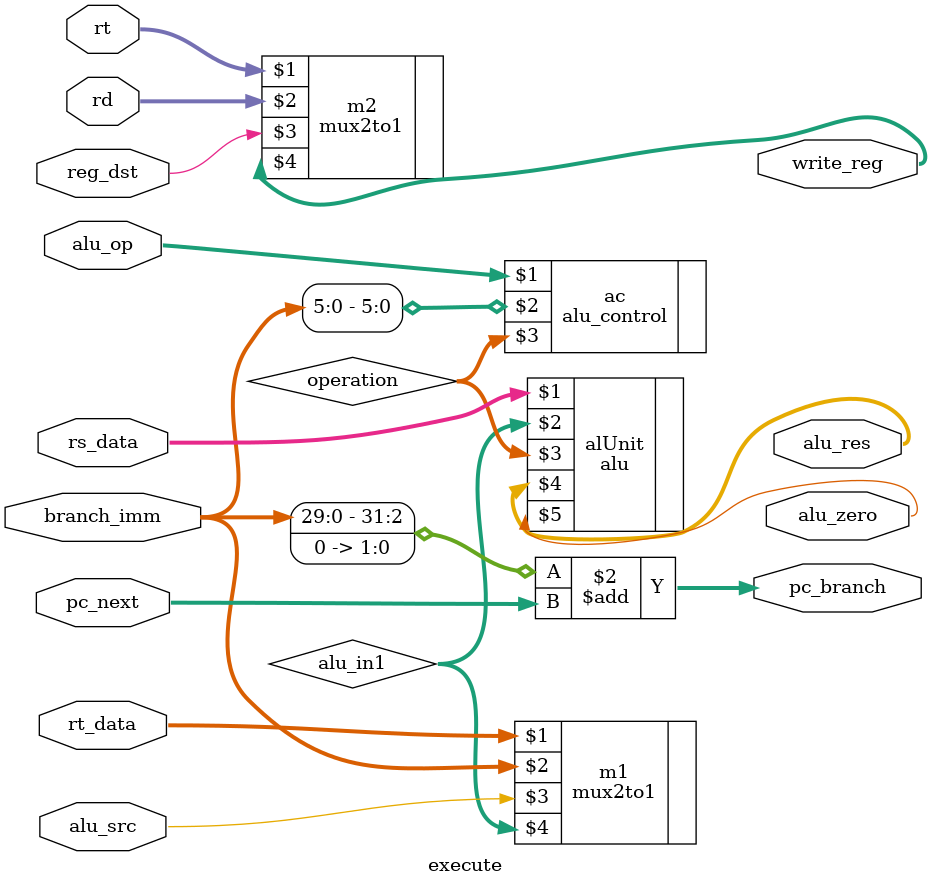
<source format=v>
`include "mux.v"
`include "alu_control.v"
`include "alu.v"

module execute(

    input alu_src,
    input [1:0] alu_op,
    input reg_dst,

    input [31:0] pc_next,
    input [31:0] branch_imm,

    input [31:0] rs_data,
    input [31:0] rt_data,
    input [4:0] rt,         // even though rt_data is present, rt is required in this stage separately
    input [4:0] rd,         // as above, rd is provided so that reg_dst (the input) can select between the two

    output [31:0] pc_branch,
    output alu_zero,
    output [31:0] alu_res,
    output [4:0] write_reg

);

    // Write your code below.
    wire [31:0] alu_in1;
    wire [3:0] operation;
    mux2to1 #(32) m1(rt_data,branch_imm,alu_src,alu_in1);
    alu_control ac(alu_op[1:0],branch_imm[5:0],operation);
    alu alUnit(rs_data,alu_in1,operation,alu_res,alu_zero);
    mux2to1 #(5) m2(rt,rd,reg_dst,write_reg);
    assign pc_branch = (branch_imm<<2) + pc_next;



endmodule

</source>
